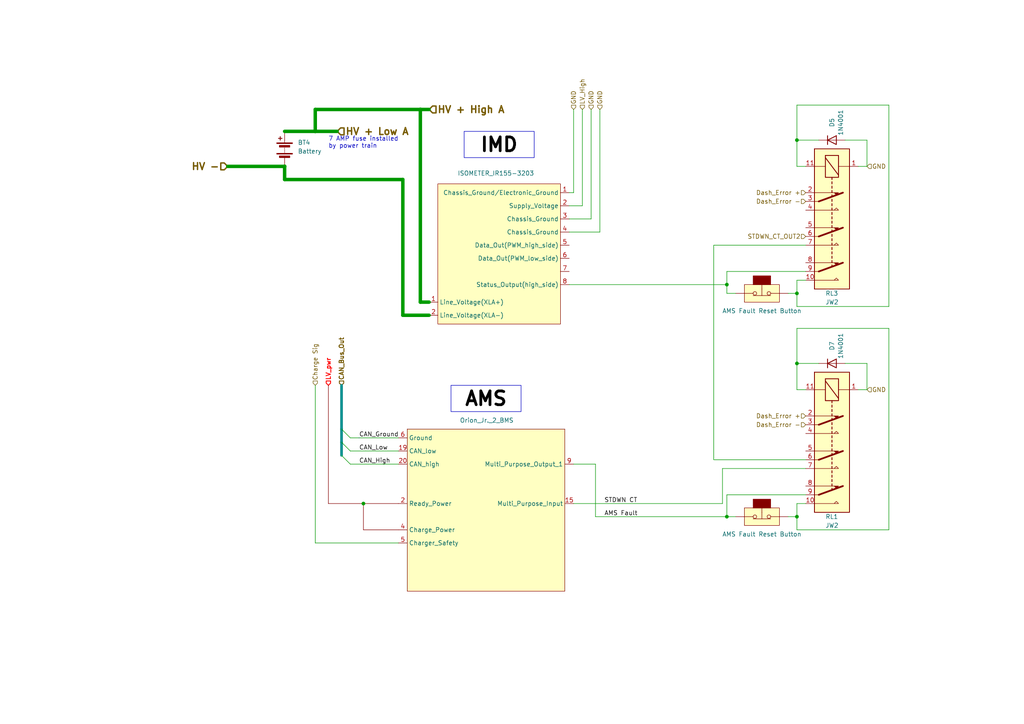
<source format=kicad_sch>
(kicad_sch (version 20230121) (generator eeschema)
  (paper "A4")
  (lib_symbols
    (symbol "CamachosSymbols:Safety Switch" (pin_numbers hide) (pin_names (offset 1.016) hide)
      (property "Reference" "SW?" (at 0 7.62 0))
      (property "Value" "Safety Switch" (at 0 6.35 0))
      (symbol "Safety Switch_0_1"
        (rectangle (start -5.08 2.54) (end 5.08 -2.54) (fill (type background)))
        (circle (center -2.032 0) (radius 0.508))
        (polyline (pts (xy -5.08 0) (xy -2.54 0)))
        (polyline (pts (xy -2.54 -0.635) (xy 2.54 -0.635)))
        (polyline (pts (xy 0 -0.635) (xy 0 1.27)))
        (polyline (pts (xy 0 1.27) (xy 0 2.54)))
        (polyline (pts (xy 2.54 0) (xy 5.08 0)))
        (polyline (pts (xy -2.54 2.54) (xy -2.54 5.08) (xy 2.54 5.08) (xy 2.54 2.54) (xy -2.54 2.54)) (fill (type outline)))
        (circle (center 2.032 0) (radius 0.508))
        (pin passive line (at -7.62 0 0) (length 2.54) (name "A") (number "1"))
      )
      (symbol "Safety Switch_1_1"
        (pin passive line (at 7.62 0 180) (length 2.54) (name "B") (number "2"))
      )
    )
    (symbol "Device:Battery" (pin_numbers hide) (pin_names (offset 0) hide)
      (property "Reference" "BT" (at 2.54 2.54 0))
      (property "Value" "Battery" (at 2.54 0 0))
      (symbol "Battery_0_1"
        (rectangle (start -2.286 -1.27) (end 2.286 -1.524) (fill (type outline)))
        (rectangle (start -2.286 1.778) (end 2.286 1.524) (fill (type outline)))
        (rectangle (start -1.524 -2.032) (end 1.524 -2.54) (fill (type outline)))
        (rectangle (start -1.524 1.016) (end 1.524 0.508) (fill (type outline)))
        (polyline (pts (xy 0 -1.016) (xy 0 -0.762)))
        (polyline (pts (xy 0 -0.508) (xy 0 -0.254)))
        (polyline (pts (xy 0 0) (xy 0 0.254)))
        (polyline (pts (xy 0 1.778) (xy 0 2.54)))
        (polyline (pts (xy 0.762 3.048) (xy 1.778 3.048)) (stroke (width 0.254)))
        (polyline (pts (xy 1.27 3.556) (xy 1.27 2.54)) (stroke (width 0.254)))
      )
      (symbol "Battery_1_1"
        (pin passive line (at 0 5.08 270) (length 2.54) (name "+") (number "1"))
        (pin passive line (at 0 -5.08 90) (length 2.54) (name "-") (number "2"))
      )
    )
    (symbol "Diode:1N4001" (pin_numbers hide) (pin_names hide)
      (property "Reference" "D" (at 0 2.54 0))
      (property "Value" "1N4001" (at 0 -2.54 0))
      (symbol "1N4001_0_1"
        (polyline (pts (xy -1.27 1.27) (xy -1.27 -1.27)) (stroke (width 0.254)))
        (polyline (pts (xy 1.27 0) (xy -1.27 0)))
        (polyline (pts (xy 1.27 1.27) (xy 1.27 -1.27) (xy -1.27 0) (xy 1.27 1.27)) (stroke (width 0.254)))
      )
      (symbol "1N4001_1_1"
        (pin passive line (at -3.81 0 0) (length 2.54) (name "K") (number "1"))
        (pin passive line (at 3.81 0 180) (length 2.54) (name "A") (number "2"))
      )
    )
    (symbol "JW2_2"
      (property "Reference" "RL1" (at -1.905 -24.13 0))
      (property "Value" "JW2" (at -1.905 -26.67 0))
      (symbol "JW2_2_0_1"
        (rectangle (start -5.08 17.78) (end 5.08 -22.86) (stroke (width 0.254)) (fill (type background)))
        (polyline (pts (xy -5.08 12.7) (xy -1.905 12.7)))
        (polyline (pts (xy -3.81 -17.78) (xy -5.08 -17.78)))
        (polyline (pts (xy -3.81 -17.78) (xy 3.175 -15.24)) (stroke (width 0.508)))
        (polyline (pts (xy -3.81 -7.62) (xy -5.08 -7.62)))
        (polyline (pts (xy -3.81 -7.62) (xy 3.175 -5.08)) (stroke (width 0.508)))
        (polyline (pts (xy -3.81 2.54) (xy -5.08 2.54)))
        (polyline (pts (xy -3.81 2.54) (xy 3.175 5.08)) (stroke (width 0.508)))
        (polyline (pts (xy -1.905 15.24) (xy 1.905 10.16)) (stroke (width 0.254)))
        (polyline (pts (xy 0 -15.875) (xy 0 -16.51)) (stroke (width 0.254)))
        (polyline (pts (xy 0 -14.605) (xy 0 -15.24)) (stroke (width 0.254)))
        (polyline (pts (xy 0 -13.335) (xy 0 -13.97)) (stroke (width 0.254)))
        (polyline (pts (xy 0 -12.065) (xy 0 -12.7)) (stroke (width 0.254)))
        (polyline (pts (xy 0 -10.795) (xy 0 -11.43)) (stroke (width 0.254)))
        (polyline (pts (xy 0 -9.525) (xy 0 -10.16)) (stroke (width 0.254)))
        (polyline (pts (xy 0 -8.255) (xy 0 -8.89)) (stroke (width 0.254)))
        (polyline (pts (xy 0 -6.985) (xy 0 -7.62)) (stroke (width 0.254)))
        (polyline (pts (xy 0 -5.715) (xy 0 -6.35)) (stroke (width 0.254)))
        (polyline (pts (xy 0 -4.445) (xy 0 -5.08)) (stroke (width 0.254)))
        (polyline (pts (xy 0 -3.175) (xy 0 -3.81)) (stroke (width 0.254)))
        (polyline (pts (xy 0 -1.905) (xy 0 -2.54)) (stroke (width 0.254)))
        (polyline (pts (xy 0 -0.635) (xy 0 -1.27)) (stroke (width 0.254)))
        (polyline (pts (xy 0 0.635) (xy 0 0)) (stroke (width 0.254)))
        (polyline (pts (xy 0 1.905) (xy 0 1.27)) (stroke (width 0.254)))
        (polyline (pts (xy 0 3.175) (xy 0 2.54)) (stroke (width 0.254)))
        (polyline (pts (xy 0 4.445) (xy 0 3.81)) (stroke (width 0.254)))
        (polyline (pts (xy 0 5.715) (xy 0 5.08)) (stroke (width 0.254)))
        (polyline (pts (xy 0 6.985) (xy 0 6.35)) (stroke (width 0.254)))
        (polyline (pts (xy 0 8.255) (xy 0 7.62)) (stroke (width 0.254)))
        (polyline (pts (xy 0 9.525) (xy 0 8.89)) (stroke (width 0.254)))
        (polyline (pts (xy 5.08 12.7) (xy 1.905 12.7)))
        (polyline (pts (xy -5.08 -20.32) (xy 1.905 -20.32) (xy 1.27 -19.685) (xy 0.635 -20.32)))
        (polyline (pts (xy -5.08 -15.24) (xy 1.905 -15.24) (xy 1.27 -15.875) (xy 0.635 -15.24)) (fill (type outline)))
        (polyline (pts (xy -5.08 -10.16) (xy 1.905 -10.16) (xy 1.27 -9.525) (xy 0.635 -10.16)))
        (polyline (pts (xy -5.08 -5.08) (xy 1.905 -5.08) (xy 1.27 -5.715) (xy 0.635 -5.08)) (fill (type outline)))
        (polyline (pts (xy -5.08 0) (xy 1.905 0) (xy 1.27 0.635) (xy 0.635 0)))
        (polyline (pts (xy -5.08 5.08) (xy 1.905 5.08) (xy 1.27 4.445) (xy 0.635 5.08)) (fill (type outline)))
        (rectangle (start 1.905 15.875) (end -1.905 9.525) (stroke (width 0.254)))
      )
      (symbol "JW2_2_1_1"
        (pin passive line (at 7.62 12.7 180) (length 2.54) (name "~") (number "1"))
        (pin output line (at -7.62 -20.32 0) (length 2.54) (name "~") (number "10"))
        (pin passive line (at -7.62 12.7 0) (length 2.54) (name "~") (number "11"))
        (pin output line (at -7.62 5.08 0) (length 2.54) (name "~") (number "2"))
        (pin input line (at -7.62 2.54 0) (length 2.54) (name "~") (number "3"))
        (pin output line (at -7.62 0 0) (length 2.54) (name "~") (number "4"))
        (pin output line (at -7.62 -5.08 0) (length 2.54) (name "~") (number "5"))
        (pin input line (at -7.62 -7.62 0) (length 2.54) (name "~") (number "6"))
        (pin output line (at -7.62 -10.16 0) (length 2.54) (name "~") (number "7"))
        (pin output line (at -7.62 -15.24 0) (length 2.54) (name "~") (number "8"))
        (pin input line (at -7.62 -17.78 0) (length 2.54) (name "~") (number "9"))
      )
    )
    (symbol "Sevcon_Gen4_Size6_1"
      (property "Value" "ISOMETER_IR155-3203" (at 10.16 17.78 0))
      (symbol "Sevcon_Gen4_Size6_1_0_1"
        (rectangle (start -17.78 13.97) (end 17.78 -26.67) (fill (type background)))
      )
      (symbol "Sevcon_Gen4_Size6_1_1_1"
        (pin passive line (at 20.32 11.43 180) (length 2.54) (name "Chassis_Ground/Electronic_Ground") (number "1"))
        (pin passive line (at -20.32 -20.32 0) (length 2.54) (name "Line_Voltage(XLA+)") (number "1"))
        (pin passive line (at -20.32 -24.13 0) (length 2.54) (name "Line_Voltage(XLA-)") (number "2"))
        (pin passive line (at 20.32 7.62 180) (length 2.54) (name "Supply_Voltage") (number "2"))
        (pin passive line (at 20.32 3.81 180) (length 2.54) (name "Chassis_Ground") (number "3"))
        (pin passive line (at 20.32 0 180) (length 2.54) (name "Chassis_Ground") (number "4"))
        (pin passive line (at 20.32 -3.81 180) (length 2.54) (name "Data_Out(PWM_high_side)") (number "5"))
        (pin passive line (at 20.32 -7.62 180) (length 2.54) (name "Data_Out(PWM_low_side)") (number "6"))
        (pin passive line (at 20.32 -11.43 180) (length 2.54) (name "") (number "7"))
        (pin passive line (at 20.32 -15.24 180) (length 2.54) (name "Status_Output(high_side)") (number "8"))
      )
    )
    (symbol "Sevcon_Gen4_Size6_2"
      (property "Value" "Orion_Jr._2_BMS" (at 7.62 17.78 0))
      (symbol "Sevcon_Gen4_Size6_2_0_1"
        (rectangle (start -22.86 15.24) (end 22.86 -31.75) (fill (type background)))
      )
      (symbol "Sevcon_Gen4_Size6_2_1_1"
        (pin passive line (at 25.4 -2.54 180) (length 2.54) hide (name "Charge_Enable") (number "1"))
        (pin passive line (at -25.4 1.27 0) (length 2.54) hide (name "Therm_1") (number "10"))
        (pin passive line (at 25.4 -21.59 180) (length 2.54) hide (name "State_of_Charge(0-5V)") (number "11"))
        (pin passive line (at -25.4 -2.54 0) (length 2.54) hide (name "Therm_2") (number "12"))
        (pin passive line (at 25.4 -25.4 180) (length 2.54) hide (name "Charge_Current_Lim(0-5V)") (number "13"))
        (pin passive line (at 25.4 -29.21 180) (length 2.54) hide (name "Discharge_Current_Lim(0-5V)") (number "14"))
        (pin input line (at -25.4 -6.35 0) (length 2.54) (name "Multi_Purpose_Input") (number "15"))
        (pin passive line (at -25.4 -10.16 0) (length 2.54) hide (name "Therm_3") (number "16"))
        (pin passive line (at -25.4 -13.97 0) (length 2.54) hide (name "Multi_Purpose_Output_2") (number "17"))
        (pin passive line (at -25.4 -17.78 0) (length 2.54) hide (name "") (number "18"))
        (pin bidirectional line (at 25.4 8.89 180) (length 2.54) (name "CAN_low") (number "19"))
        (pin input line (at 25.4 -6.35 180) (length 2.54) (name "Ready_Power") (number "2"))
        (pin bidirectional line (at 25.4 5.08 180) (length 2.54) (name "CAN_high") (number "20"))
        (pin passive line (at 25.4 -10.16 180) (length 2.54) hide (name "Discharge_Enable") (number "3"))
        (pin input line (at 25.4 -13.97 180) (length 2.54) (name "Charge_Power") (number "4"))
        (pin output line (at 25.4 -17.78 180) (length 2.54) (name "Charger_Safety") (number "5"))
        (pin input line (at 25.4 12.7 180) (length 2.54) (name "Ground") (number "6"))
        (pin passive line (at -25.4 12.7 0) (length 2.54) hide (name "Multi_Purpose_Enable") (number "7"))
        (pin passive line (at -25.4 8.89 0) (length 2.54) hide (name "Therm_Ground") (number "8"))
        (pin output line (at -25.4 5.08 0) (length 2.54) (name "Multi_Purpose_Output_1") (number "9"))
      )
    )
  )
  (junction (at 121.92 31.75))
  (junction (at 91.44 38.1))
  (junction (at 210.82 82.55))
  (junction (at 231.14 85.09))
  (junction (at 210.82 149.86))
  (junction (at 82.55 48.26))
  (junction (at 105.41 146.05))
  (junction (at 231.14 149.86))
  (junction (at 231.14 40.64))
  (junction (at 231.14 105.41))
  (bus_entry (at 101.6 130.81) (size -2.54 -2.54))
  (bus_entry (at 101.6 134.62) (size -2.54 -2.54))
  (bus_entry (at 101.6 127) (size -2.54 -2.54))
  (wire (pts (xy 166.37 55.88) (xy 166.37 31.75)))
  (wire (pts (xy 210.82 143.51) (xy 233.68 143.51)))
  (wire (pts (xy 207.01 71.12) (xy 233.68 71.12)))
  (wire (pts (xy 210.82 82.55) (xy 210.82 85.09)))
  (wire (pts (xy 124.46 87.63) (xy 121.92 87.63)) (stroke (width 1)))
  (wire (pts (xy 228.6 85.09) (xy 231.14 85.09)))
  (wire (pts (xy 91.44 31.75) (xy 121.92 31.75)) (stroke (width 1)))
  (wire (pts (xy 116.84 52.07) (xy 82.55 52.07)) (stroke (width 1)))
  (wire (pts (xy 91.44 157.48) (xy 91.44 111.76)))
  (wire (pts (xy 231.14 40.64) (xy 231.14 30.48)))
  (wire (pts (xy 233.68 81.28) (xy 231.14 81.28)))
  (wire (pts (xy 165.1 63.5) (xy 171.45 63.5)))
  (wire (pts (xy 91.44 38.1) (xy 91.44 31.75)) (stroke (width 1)))
  (wire (pts (xy 231.14 153.67) (xy 257.81 153.67)))
  (bus (pts (xy 99.06 128.27) (xy 99.06 132.08)) (stroke (width 0.75) (color 0 132 132 1)))
  (wire (pts (xy 91.44 157.48) (xy 115.57 157.48)))
  (wire (pts (xy 105.41 153.67) (xy 115.57 153.67)) (stroke (width 0) (color 132 0 0 1)))
  (wire (pts (xy 105.41 146.05) (xy 105.41 153.67)) (stroke (width 0) (color 132 0 0 1)))
  (wire (pts (xy 95.25 146.05) (xy 95.25 111.76)) (stroke (width 0) (color 132 0 0 1)))
  (wire (pts (xy 121.92 87.63) (xy 121.92 31.75)) (stroke (width 1)))
  (wire (pts (xy 101.6 134.62) (xy 115.57 134.62)))
  (wire (pts (xy 101.6 127) (xy 115.57 127)))
  (wire (pts (xy 210.82 78.74) (xy 233.68 78.74)))
  (wire (pts (xy 231.14 30.48) (xy 257.81 30.48)))
  (wire (pts (xy 207.01 71.12) (xy 207.01 133.35)))
  (wire (pts (xy 233.68 146.05) (xy 231.14 146.05)))
  (wire (pts (xy 173.99 31.75) (xy 173.99 67.31)))
  (wire (pts (xy 231.14 48.26) (xy 233.68 48.26)))
  (wire (pts (xy 171.45 31.75) (xy 171.45 63.5)))
  (wire (pts (xy 165.1 67.31) (xy 173.99 67.31)))
  (wire (pts (xy 166.37 134.62) (xy 172.72 134.62)))
  (wire (pts (xy 210.82 85.09) (xy 213.36 85.09)))
  (wire (pts (xy 210.82 78.74) (xy 210.82 82.55)))
  (wire (pts (xy 231.14 146.05) (xy 231.14 149.86)))
  (wire (pts (xy 248.92 48.26) (xy 251.46 48.26)))
  (wire (pts (xy 231.14 105.41) (xy 231.14 95.25)))
  (wire (pts (xy 248.92 113.03) (xy 251.46 113.03)))
  (wire (pts (xy 231.14 105.41) (xy 237.49 105.41)))
  (wire (pts (xy 165.1 59.69) (xy 168.91 59.69)))
  (wire (pts (xy 207.01 133.35) (xy 233.68 133.35)))
  (bus (pts (xy 99.06 124.46) (xy 99.06 128.27)) (stroke (width 0.75) (color 0 132 132 1)))
  (wire (pts (xy 251.46 48.26) (xy 251.46 40.64)))
  (wire (pts (xy 231.14 85.09) (xy 231.14 88.9)))
  (wire (pts (xy 172.72 134.62) (xy 172.72 149.86)))
  (wire (pts (xy 166.37 146.05) (xy 209.55 146.05)))
  (wire (pts (xy 165.1 82.55) (xy 210.82 82.55)))
  (wire (pts (xy 231.14 88.9) (xy 257.81 88.9)))
  (wire (pts (xy 231.14 40.64) (xy 237.49 40.64)))
  (wire (pts (xy 116.84 52.07) (xy 116.84 91.44)) (stroke (width 1)))
  (wire (pts (xy 245.11 40.64) (xy 251.46 40.64)))
  (wire (pts (xy 209.55 135.89) (xy 233.68 135.89)))
  (wire (pts (xy 257.81 30.48) (xy 257.81 88.9)))
  (wire (pts (xy 209.55 146.05) (xy 209.55 135.89)))
  (bus (pts (xy 99.06 111.76) (xy 99.06 124.46)) (stroke (width 0.75) (color 0 132 132 1)))
  (wire (pts (xy 231.14 95.25) (xy 257.81 95.25)))
  (wire (pts (xy 82.55 52.07) (xy 82.55 48.26)) (stroke (width 1)))
  (wire (pts (xy 101.6 130.81) (xy 115.57 130.81)))
  (wire (pts (xy 165.1 55.88) (xy 166.37 55.88)))
  (wire (pts (xy 121.92 31.75) (xy 124.46 31.75)) (stroke (width 1)))
  (wire (pts (xy 168.91 31.75) (xy 168.91 59.69)))
  (wire (pts (xy 245.11 105.41) (xy 251.46 105.41)))
  (wire (pts (xy 124.46 91.44) (xy 116.84 91.44)) (stroke (width 1)))
  (wire (pts (xy 257.81 95.25) (xy 257.81 153.67)))
  (wire (pts (xy 82.55 38.1) (xy 91.44 38.1)) (stroke (width 1)))
  (wire (pts (xy 91.44 38.1) (xy 97.79 38.1)) (stroke (width 1)))
  (wire (pts (xy 172.72 149.86) (xy 210.82 149.86)))
  (wire (pts (xy 95.25 146.05) (xy 105.41 146.05)) (stroke (width 0) (color 132 0 0 1)))
  (wire (pts (xy 210.82 143.51) (xy 210.82 149.86)))
  (wire (pts (xy 210.82 149.86) (xy 213.36 149.86)))
  (wire (pts (xy 231.14 105.41) (xy 231.14 113.03)))
  (wire (pts (xy 82.55 48.26) (xy 66.04 48.26)) (stroke (width 1)))
  (wire (pts (xy 231.14 113.03) (xy 233.68 113.03)))
  (wire (pts (xy 231.14 149.86) (xy 231.14 153.67)))
  (wire (pts (xy 231.14 40.64) (xy 231.14 48.26)))
  (wire (pts (xy 251.46 113.03) (xy 251.46 105.41)))
  (wire (pts (xy 228.6 149.86) (xy 231.14 149.86)))
  (wire (pts (xy 115.57 146.05) (xy 105.41 146.05)) (stroke (width 0) (color 132 0 0 1)))
  (wire (pts (xy 231.14 81.28) (xy 231.14 85.09)))
  (rectangle (start 104.14 127) (end 104.14 127))
  (text_box "AMS" (at 130.81 111.76 0) (size 20.32 7.62) (effects (font (size 4 4) (thickness 0.8) bold)))
  (text_box "IMD" (at 134.62 38.1 0) (size 20.32 7.62) (effects (font (size 4 4) (thickness 0.8) bold)))
  (text "7 AMP fuse installed\nby power train" (at 95.25 43.18 0) (effects (font (size 1.27 1.27)) (justify left bottom)))
  (label "CAN_High" (at 104.14 134.62 0))
  (label "CAN_Ground" (at 104.14 127 0))
  (label "AMS Fault" (at 175.26 149.86 0))
  (label "CAN_Low" (at 104.14 130.81 0))
  (label "STDWN CT" (at 175.26 146.05 0))
  (hierarchical_label "HV -" (shape input) (at 66.04 48.26 180) (effects (font (size 2 2) (thickness 0.4) bold)))
  (hierarchical_label "GND" (shape input) (at 166.37 31.75 90))
  (hierarchical_label "Dash_Error +" (shape input) (at 233.68 55.88 180))
  (hierarchical_label "Dash_Error +" (shape input) (at 233.68 120.65 180))
  (hierarchical_label "Dash_Error -" (shape input) (at 233.68 58.42 180))
  (hierarchical_label "GND" (shape input) (at 173.99 31.75 90))
  (hierarchical_label "Dash_Error -" (shape input) (at 233.68 123.19 180))
  (hierarchical_label "GND" (shape input) (at 251.46 113.03 0))
  (hierarchical_label "Charge Sig" (shape input) (at 91.44 111.76 90))
  (hierarchical_label "GND" (shape input) (at 171.45 31.75 90))
  (hierarchical_label "GND" (shape input) (at 251.46 48.26 0))
  (hierarchical_label "LV_High" (shape input) (at 168.91 31.75 90))
  (hierarchical_label "HV + High A" (shape input) (at 124.46 31.75 0) (effects (font (size 2 2) (thickness 0.4) bold)))
  (hierarchical_label "STDWN_CT_OUT2" (shape input) (at 233.68 68.58 180))
  (hierarchical_label "LV_pwr" (shape input) (at 95.25 111.76 90) (effects (font (thickness 0.254) bold)))
  (hierarchical_label "CAN_Bus_Out" (shape input) (at 99.06 111.76 90) (effects (font bold)))
  (hierarchical_label "HV + Low A" (shape input) (at 97.79 38.1 0) (effects (font (size 2 2) (thickness 0.4) bold)))
  (symbol (lib_id "CamachosSymbols:Safety Switch") (at 220.98 85.09 0) (unit 1)
    (property "Reference" "SW?" (effects hide))
    (property "Value" "AMS Fault Reset Button" (at 220.98 90.17 0))
    (instances (project "Car_TractiveSystem_v2" (path "" (reference "SW?") (unit 1)) (path "" (reference "SW11") (unit 1))))
  )
  (symbol (lib_name "Sevcon_Gen4_Size6_1") (lib_id "CamachosSymbols:Sevcon_Gen4_Size6") (at 144.78 67.31 0) (unit 1)
    (property "Reference" "U?" (effects hide))
    (property "Value" "ISOMETER_IR155-3203" (at 154.94 49.53 0) (effects (justify right top)))
    (instances (project "Car_TractiveSystem_v2" (path "" (reference "U?") (unit 1)) (path "" (reference "U13") (unit 1))))
  )
  (symbol (lib_name "JW2_2") (lib_id "Relay:JW2") (at 241.3 60.96 0) (unit 1)
    (property "Reference" "RL3" (at 239.395 85.09 0) (effects (justify left)))
    (property "Value" "JW2" (at 239.395 87.63 0) (effects (justify left)))
    (property "Footprint" "Relay_THT:Relay_DPDT_Panasonic_JW2" (effects hide))
    (property "Datasheet" "http://www3.panasonic.biz/ac/e_download/control/relay/power/catalog/mech_eng_jw.pdf?via=ok" (effects hide))
  )
  (symbol (lib_name "JW2_2") (lib_id "Relay:JW2") (at 241.3 125.73 0) (unit 1)
    (property "Reference" "RL1" (at 239.395 149.86 0) (effects (justify left)))
    (property "Value" "JW2" (at 239.395 152.4 0) (effects (justify left)))
    (property "Footprint" "Relay_THT:Relay_DPDT_Panasonic_JW2" (effects hide))
    (property "Datasheet" "http://www3.panasonic.biz/ac/e_download/control/relay/power/catalog/mech_eng_jw.pdf?via=ok" (effects hide))
  )
  (symbol (lib_id "Diode:1N4001") (at 241.3 40.64 0) (unit 1)
    (property "Reference" "D1" (at 241.3 35.56 90))
    (property "Value" "1N4001" (at 243.84 35.56 90))
    (property "Footprint" "Diode_THT:D_DO-41_SOD81_P10.16mm_Horizontal" (effects hide))
    (property "Datasheet" "http://www.vishay.com/docs/88503/1n4001.pdf" (effects hide))
    (property "Sim.Device" "D" (effects hide))
    (property "Sim.Pins" "1=K 2=A" (effects hide))
    (instances (project "Car_TractiveSystem_v2" (path "" (reference "D5") (unit 1))))
  )
  (symbol (lib_id "CamachosSymbols:Safety Switch") (at 220.98 149.86 0) (unit 1)
    (property "Reference" "SW?" (effects hide))
    (property "Value" "AMS Fault Reset Button" (at 220.98 154.94 0))
    (instances (project "Car_TractiveSystem_v2" (path "" (reference "SW?") (unit 1)) (path "" (reference "SW10") (unit 1))))
  )
  (symbol (lib_id "Device:Battery") (at 82.55 43.18 0) (mirror y) (unit 1)
    (property "Reference" "BT2" (at 86.36 41.3385 0) (effects (justify right)))
    (property "Value" "Battery" (at 86.36 43.8785 0) (effects (justify right)))
    (instances (project "Car_TractiveSystem_v2" (path "" (reference "BT4") (unit 1))))
  )
  (symbol (lib_id "Diode:1N4001") (at 241.3 105.41 0) (unit 1)
    (property "Reference" "D1" (at 241.3 100.33 90))
    (property "Value" "1N4001" (at 243.84 100.33 90))
    (property "Footprint" "Diode_THT:D_DO-41_SOD81_P10.16mm_Horizontal" (effects hide))
    (property "Datasheet" "http://www.vishay.com/docs/88503/1n4001.pdf" (effects hide))
    (property "Sim.Device" "D" (effects hide))
    (property "Sim.Pins" "1=K 2=A" (effects hide))
    (instances (project "Car_TractiveSystem_v2" (path "" (reference "D7") (unit 1))))
  )
  (symbol (lib_name "Sevcon_Gen4_Size6_2") (lib_id "CamachosSymbols:Sevcon_Gen4_Size6") (at 140.97 139.7 0) (mirror y) (unit 1)
    (property "Reference" "U?" (effects hide))
    (property "Value" "Orion_Jr._2_BMS" (at 133.35 121.92 0) (effects (justify right)))
    (instances (project "Car_TractiveSystem_v2" (path "" (reference "U?") (unit 1)) (path "" (reference "U3") (unit 1)) (path "" (reference "U5") (unit 1))))
  )
)
</source>
